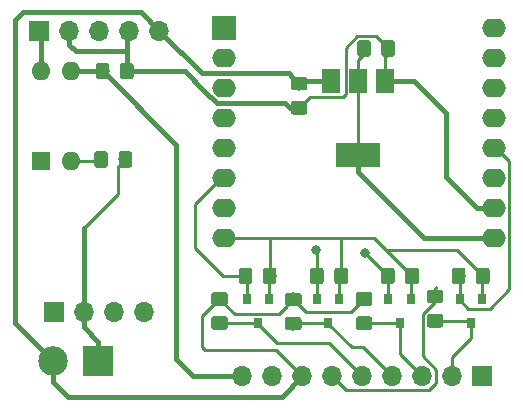
<source format=gbr>
G04 #@! TF.GenerationSoftware,KiCad,Pcbnew,5.1.2*
G04 #@! TF.CreationDate,2019-05-06T20:04:11+02:00*
G04 #@! TF.ProjectId,controlboard,636f6e74-726f-46c6-926f-6172642e6b69,rev?*
G04 #@! TF.SameCoordinates,Original*
G04 #@! TF.FileFunction,Copper,L1,Top*
G04 #@! TF.FilePolarity,Positive*
%FSLAX46Y46*%
G04 Gerber Fmt 4.6, Leading zero omitted, Abs format (unit mm)*
G04 Created by KiCad (PCBNEW 5.1.2) date 2019-05-06 20:04:11*
%MOMM*%
%LPD*%
G04 APERTURE LIST*
%ADD10C,0.100000*%
%ADD11C,1.150000*%
%ADD12R,1.700000X1.700000*%
%ADD13O,1.700000X1.700000*%
%ADD14R,0.800000X0.900000*%
%ADD15R,3.800000X2.000000*%
%ADD16R,1.500000X2.000000*%
%ADD17O,2.000000X1.600000*%
%ADD18R,2.000000X2.000000*%
%ADD19R,1.600000X1.600000*%
%ADD20O,1.600000X1.600000*%
%ADD21R,2.499360X2.499360*%
%ADD22C,2.499360*%
%ADD23C,0.800000*%
%ADD24C,0.250000*%
%ADD25C,0.400000*%
G04 APERTURE END LIST*
D10*
G36*
X87474505Y-33901204D02*
G01*
X87498773Y-33904804D01*
X87522572Y-33910765D01*
X87545671Y-33919030D01*
X87567850Y-33929520D01*
X87588893Y-33942132D01*
X87608599Y-33956747D01*
X87626777Y-33973223D01*
X87643253Y-33991401D01*
X87657868Y-34011107D01*
X87670480Y-34032150D01*
X87680970Y-34054329D01*
X87689235Y-34077428D01*
X87695196Y-34101227D01*
X87698796Y-34125495D01*
X87700000Y-34149999D01*
X87700000Y-34800001D01*
X87698796Y-34824505D01*
X87695196Y-34848773D01*
X87689235Y-34872572D01*
X87680970Y-34895671D01*
X87670480Y-34917850D01*
X87657868Y-34938893D01*
X87643253Y-34958599D01*
X87626777Y-34976777D01*
X87608599Y-34993253D01*
X87588893Y-35007868D01*
X87567850Y-35020480D01*
X87545671Y-35030970D01*
X87522572Y-35039235D01*
X87498773Y-35045196D01*
X87474505Y-35048796D01*
X87450001Y-35050000D01*
X86549999Y-35050000D01*
X86525495Y-35048796D01*
X86501227Y-35045196D01*
X86477428Y-35039235D01*
X86454329Y-35030970D01*
X86432150Y-35020480D01*
X86411107Y-35007868D01*
X86391401Y-34993253D01*
X86373223Y-34976777D01*
X86356747Y-34958599D01*
X86342132Y-34938893D01*
X86329520Y-34917850D01*
X86319030Y-34895671D01*
X86310765Y-34872572D01*
X86304804Y-34848773D01*
X86301204Y-34824505D01*
X86300000Y-34800001D01*
X86300000Y-34149999D01*
X86301204Y-34125495D01*
X86304804Y-34101227D01*
X86310765Y-34077428D01*
X86319030Y-34054329D01*
X86329520Y-34032150D01*
X86342132Y-34011107D01*
X86356747Y-33991401D01*
X86373223Y-33973223D01*
X86391401Y-33956747D01*
X86411107Y-33942132D01*
X86432150Y-33929520D01*
X86454329Y-33919030D01*
X86477428Y-33910765D01*
X86501227Y-33904804D01*
X86525495Y-33901204D01*
X86549999Y-33900000D01*
X87450001Y-33900000D01*
X87474505Y-33901204D01*
X87474505Y-33901204D01*
G37*
D11*
X87000000Y-34475000D03*
D10*
G36*
X87474505Y-35951204D02*
G01*
X87498773Y-35954804D01*
X87522572Y-35960765D01*
X87545671Y-35969030D01*
X87567850Y-35979520D01*
X87588893Y-35992132D01*
X87608599Y-36006747D01*
X87626777Y-36023223D01*
X87643253Y-36041401D01*
X87657868Y-36061107D01*
X87670480Y-36082150D01*
X87680970Y-36104329D01*
X87689235Y-36127428D01*
X87695196Y-36151227D01*
X87698796Y-36175495D01*
X87700000Y-36199999D01*
X87700000Y-36850001D01*
X87698796Y-36874505D01*
X87695196Y-36898773D01*
X87689235Y-36922572D01*
X87680970Y-36945671D01*
X87670480Y-36967850D01*
X87657868Y-36988893D01*
X87643253Y-37008599D01*
X87626777Y-37026777D01*
X87608599Y-37043253D01*
X87588893Y-37057868D01*
X87567850Y-37070480D01*
X87545671Y-37080970D01*
X87522572Y-37089235D01*
X87498773Y-37095196D01*
X87474505Y-37098796D01*
X87450001Y-37100000D01*
X86549999Y-37100000D01*
X86525495Y-37098796D01*
X86501227Y-37095196D01*
X86477428Y-37089235D01*
X86454329Y-37080970D01*
X86432150Y-37070480D01*
X86411107Y-37057868D01*
X86391401Y-37043253D01*
X86373223Y-37026777D01*
X86356747Y-37008599D01*
X86342132Y-36988893D01*
X86329520Y-36967850D01*
X86319030Y-36945671D01*
X86310765Y-36922572D01*
X86304804Y-36898773D01*
X86301204Y-36874505D01*
X86300000Y-36850001D01*
X86300000Y-36199999D01*
X86301204Y-36175495D01*
X86304804Y-36151227D01*
X86310765Y-36127428D01*
X86319030Y-36104329D01*
X86329520Y-36082150D01*
X86342132Y-36061107D01*
X86356747Y-36041401D01*
X86373223Y-36023223D01*
X86391401Y-36006747D01*
X86411107Y-35992132D01*
X86432150Y-35979520D01*
X86454329Y-35969030D01*
X86477428Y-35960765D01*
X86501227Y-35954804D01*
X86525495Y-35951204D01*
X86549999Y-35950000D01*
X87450001Y-35950000D01*
X87474505Y-35951204D01*
X87474505Y-35951204D01*
G37*
D11*
X87000000Y-36525000D03*
D10*
G36*
X94874505Y-30801204D02*
G01*
X94898773Y-30804804D01*
X94922572Y-30810765D01*
X94945671Y-30819030D01*
X94967850Y-30829520D01*
X94988893Y-30842132D01*
X95008599Y-30856747D01*
X95026777Y-30873223D01*
X95043253Y-30891401D01*
X95057868Y-30911107D01*
X95070480Y-30932150D01*
X95080970Y-30954329D01*
X95089235Y-30977428D01*
X95095196Y-31001227D01*
X95098796Y-31025495D01*
X95100000Y-31049999D01*
X95100000Y-31950001D01*
X95098796Y-31974505D01*
X95095196Y-31998773D01*
X95089235Y-32022572D01*
X95080970Y-32045671D01*
X95070480Y-32067850D01*
X95057868Y-32088893D01*
X95043253Y-32108599D01*
X95026777Y-32126777D01*
X95008599Y-32143253D01*
X94988893Y-32157868D01*
X94967850Y-32170480D01*
X94945671Y-32180970D01*
X94922572Y-32189235D01*
X94898773Y-32195196D01*
X94874505Y-32198796D01*
X94850001Y-32200000D01*
X94199999Y-32200000D01*
X94175495Y-32198796D01*
X94151227Y-32195196D01*
X94127428Y-32189235D01*
X94104329Y-32180970D01*
X94082150Y-32170480D01*
X94061107Y-32157868D01*
X94041401Y-32143253D01*
X94023223Y-32126777D01*
X94006747Y-32108599D01*
X93992132Y-32088893D01*
X93979520Y-32067850D01*
X93969030Y-32045671D01*
X93960765Y-32022572D01*
X93954804Y-31998773D01*
X93951204Y-31974505D01*
X93950000Y-31950001D01*
X93950000Y-31049999D01*
X93951204Y-31025495D01*
X93954804Y-31001227D01*
X93960765Y-30977428D01*
X93969030Y-30954329D01*
X93979520Y-30932150D01*
X93992132Y-30911107D01*
X94006747Y-30891401D01*
X94023223Y-30873223D01*
X94041401Y-30856747D01*
X94061107Y-30842132D01*
X94082150Y-30829520D01*
X94104329Y-30819030D01*
X94127428Y-30810765D01*
X94151227Y-30804804D01*
X94175495Y-30801204D01*
X94199999Y-30800000D01*
X94850001Y-30800000D01*
X94874505Y-30801204D01*
X94874505Y-30801204D01*
G37*
D11*
X94525000Y-31500000D03*
D10*
G36*
X92824505Y-30801204D02*
G01*
X92848773Y-30804804D01*
X92872572Y-30810765D01*
X92895671Y-30819030D01*
X92917850Y-30829520D01*
X92938893Y-30842132D01*
X92958599Y-30856747D01*
X92976777Y-30873223D01*
X92993253Y-30891401D01*
X93007868Y-30911107D01*
X93020480Y-30932150D01*
X93030970Y-30954329D01*
X93039235Y-30977428D01*
X93045196Y-31001227D01*
X93048796Y-31025495D01*
X93050000Y-31049999D01*
X93050000Y-31950001D01*
X93048796Y-31974505D01*
X93045196Y-31998773D01*
X93039235Y-32022572D01*
X93030970Y-32045671D01*
X93020480Y-32067850D01*
X93007868Y-32088893D01*
X92993253Y-32108599D01*
X92976777Y-32126777D01*
X92958599Y-32143253D01*
X92938893Y-32157868D01*
X92917850Y-32170480D01*
X92895671Y-32180970D01*
X92872572Y-32189235D01*
X92848773Y-32195196D01*
X92824505Y-32198796D01*
X92800001Y-32200000D01*
X92149999Y-32200000D01*
X92125495Y-32198796D01*
X92101227Y-32195196D01*
X92077428Y-32189235D01*
X92054329Y-32180970D01*
X92032150Y-32170480D01*
X92011107Y-32157868D01*
X91991401Y-32143253D01*
X91973223Y-32126777D01*
X91956747Y-32108599D01*
X91942132Y-32088893D01*
X91929520Y-32067850D01*
X91919030Y-32045671D01*
X91910765Y-32022572D01*
X91904804Y-31998773D01*
X91901204Y-31974505D01*
X91900000Y-31950001D01*
X91900000Y-31049999D01*
X91901204Y-31025495D01*
X91904804Y-31001227D01*
X91910765Y-30977428D01*
X91919030Y-30954329D01*
X91929520Y-30932150D01*
X91942132Y-30911107D01*
X91956747Y-30891401D01*
X91973223Y-30873223D01*
X91991401Y-30856747D01*
X92011107Y-30842132D01*
X92032150Y-30829520D01*
X92054329Y-30819030D01*
X92077428Y-30810765D01*
X92101227Y-30804804D01*
X92125495Y-30801204D01*
X92149999Y-30800000D01*
X92800001Y-30800000D01*
X92824505Y-30801204D01*
X92824505Y-30801204D01*
G37*
D11*
X92475000Y-31500000D03*
D12*
X66200000Y-53800000D03*
D13*
X68740000Y-53800000D03*
X71280000Y-53800000D03*
X73820000Y-53800000D03*
D12*
X65000000Y-30000000D03*
D13*
X67540000Y-30000000D03*
X70080000Y-30000000D03*
X72620000Y-30000000D03*
X75160000Y-30000000D03*
D12*
X102500000Y-59250000D03*
D13*
X99960000Y-59250000D03*
X97420000Y-59250000D03*
X94880000Y-59250000D03*
X92340000Y-59250000D03*
X89800000Y-59250000D03*
X87260000Y-59250000D03*
X84720000Y-59250000D03*
X82180000Y-59250000D03*
D14*
X95500000Y-54750000D03*
X94550000Y-52750000D03*
X96450000Y-52750000D03*
X90400000Y-52750000D03*
X88500000Y-52750000D03*
X89450000Y-54750000D03*
X83500000Y-54750000D03*
X82550000Y-52750000D03*
X84450000Y-52750000D03*
X102500000Y-52750000D03*
X100600000Y-52750000D03*
X101550000Y-54750000D03*
D10*
G36*
X94849505Y-50051204D02*
G01*
X94873773Y-50054804D01*
X94897572Y-50060765D01*
X94920671Y-50069030D01*
X94942850Y-50079520D01*
X94963893Y-50092132D01*
X94983599Y-50106747D01*
X95001777Y-50123223D01*
X95018253Y-50141401D01*
X95032868Y-50161107D01*
X95045480Y-50182150D01*
X95055970Y-50204329D01*
X95064235Y-50227428D01*
X95070196Y-50251227D01*
X95073796Y-50275495D01*
X95075000Y-50299999D01*
X95075000Y-51200001D01*
X95073796Y-51224505D01*
X95070196Y-51248773D01*
X95064235Y-51272572D01*
X95055970Y-51295671D01*
X95045480Y-51317850D01*
X95032868Y-51338893D01*
X95018253Y-51358599D01*
X95001777Y-51376777D01*
X94983599Y-51393253D01*
X94963893Y-51407868D01*
X94942850Y-51420480D01*
X94920671Y-51430970D01*
X94897572Y-51439235D01*
X94873773Y-51445196D01*
X94849505Y-51448796D01*
X94825001Y-51450000D01*
X94174999Y-51450000D01*
X94150495Y-51448796D01*
X94126227Y-51445196D01*
X94102428Y-51439235D01*
X94079329Y-51430970D01*
X94057150Y-51420480D01*
X94036107Y-51407868D01*
X94016401Y-51393253D01*
X93998223Y-51376777D01*
X93981747Y-51358599D01*
X93967132Y-51338893D01*
X93954520Y-51317850D01*
X93944030Y-51295671D01*
X93935765Y-51272572D01*
X93929804Y-51248773D01*
X93926204Y-51224505D01*
X93925000Y-51200001D01*
X93925000Y-50299999D01*
X93926204Y-50275495D01*
X93929804Y-50251227D01*
X93935765Y-50227428D01*
X93944030Y-50204329D01*
X93954520Y-50182150D01*
X93967132Y-50161107D01*
X93981747Y-50141401D01*
X93998223Y-50123223D01*
X94016401Y-50106747D01*
X94036107Y-50092132D01*
X94057150Y-50079520D01*
X94079329Y-50069030D01*
X94102428Y-50060765D01*
X94126227Y-50054804D01*
X94150495Y-50051204D01*
X94174999Y-50050000D01*
X94825001Y-50050000D01*
X94849505Y-50051204D01*
X94849505Y-50051204D01*
G37*
D11*
X94500000Y-50750000D03*
D10*
G36*
X96899505Y-50051204D02*
G01*
X96923773Y-50054804D01*
X96947572Y-50060765D01*
X96970671Y-50069030D01*
X96992850Y-50079520D01*
X97013893Y-50092132D01*
X97033599Y-50106747D01*
X97051777Y-50123223D01*
X97068253Y-50141401D01*
X97082868Y-50161107D01*
X97095480Y-50182150D01*
X97105970Y-50204329D01*
X97114235Y-50227428D01*
X97120196Y-50251227D01*
X97123796Y-50275495D01*
X97125000Y-50299999D01*
X97125000Y-51200001D01*
X97123796Y-51224505D01*
X97120196Y-51248773D01*
X97114235Y-51272572D01*
X97105970Y-51295671D01*
X97095480Y-51317850D01*
X97082868Y-51338893D01*
X97068253Y-51358599D01*
X97051777Y-51376777D01*
X97033599Y-51393253D01*
X97013893Y-51407868D01*
X96992850Y-51420480D01*
X96970671Y-51430970D01*
X96947572Y-51439235D01*
X96923773Y-51445196D01*
X96899505Y-51448796D01*
X96875001Y-51450000D01*
X96224999Y-51450000D01*
X96200495Y-51448796D01*
X96176227Y-51445196D01*
X96152428Y-51439235D01*
X96129329Y-51430970D01*
X96107150Y-51420480D01*
X96086107Y-51407868D01*
X96066401Y-51393253D01*
X96048223Y-51376777D01*
X96031747Y-51358599D01*
X96017132Y-51338893D01*
X96004520Y-51317850D01*
X95994030Y-51295671D01*
X95985765Y-51272572D01*
X95979804Y-51248773D01*
X95976204Y-51224505D01*
X95975000Y-51200001D01*
X95975000Y-50299999D01*
X95976204Y-50275495D01*
X95979804Y-50251227D01*
X95985765Y-50227428D01*
X95994030Y-50204329D01*
X96004520Y-50182150D01*
X96017132Y-50161107D01*
X96031747Y-50141401D01*
X96048223Y-50123223D01*
X96066401Y-50106747D01*
X96086107Y-50092132D01*
X96107150Y-50079520D01*
X96129329Y-50069030D01*
X96152428Y-50060765D01*
X96176227Y-50054804D01*
X96200495Y-50051204D01*
X96224999Y-50050000D01*
X96875001Y-50050000D01*
X96899505Y-50051204D01*
X96899505Y-50051204D01*
G37*
D11*
X96550000Y-50750000D03*
D10*
G36*
X88849505Y-50051204D02*
G01*
X88873773Y-50054804D01*
X88897572Y-50060765D01*
X88920671Y-50069030D01*
X88942850Y-50079520D01*
X88963893Y-50092132D01*
X88983599Y-50106747D01*
X89001777Y-50123223D01*
X89018253Y-50141401D01*
X89032868Y-50161107D01*
X89045480Y-50182150D01*
X89055970Y-50204329D01*
X89064235Y-50227428D01*
X89070196Y-50251227D01*
X89073796Y-50275495D01*
X89075000Y-50299999D01*
X89075000Y-51200001D01*
X89073796Y-51224505D01*
X89070196Y-51248773D01*
X89064235Y-51272572D01*
X89055970Y-51295671D01*
X89045480Y-51317850D01*
X89032868Y-51338893D01*
X89018253Y-51358599D01*
X89001777Y-51376777D01*
X88983599Y-51393253D01*
X88963893Y-51407868D01*
X88942850Y-51420480D01*
X88920671Y-51430970D01*
X88897572Y-51439235D01*
X88873773Y-51445196D01*
X88849505Y-51448796D01*
X88825001Y-51450000D01*
X88174999Y-51450000D01*
X88150495Y-51448796D01*
X88126227Y-51445196D01*
X88102428Y-51439235D01*
X88079329Y-51430970D01*
X88057150Y-51420480D01*
X88036107Y-51407868D01*
X88016401Y-51393253D01*
X87998223Y-51376777D01*
X87981747Y-51358599D01*
X87967132Y-51338893D01*
X87954520Y-51317850D01*
X87944030Y-51295671D01*
X87935765Y-51272572D01*
X87929804Y-51248773D01*
X87926204Y-51224505D01*
X87925000Y-51200001D01*
X87925000Y-50299999D01*
X87926204Y-50275495D01*
X87929804Y-50251227D01*
X87935765Y-50227428D01*
X87944030Y-50204329D01*
X87954520Y-50182150D01*
X87967132Y-50161107D01*
X87981747Y-50141401D01*
X87998223Y-50123223D01*
X88016401Y-50106747D01*
X88036107Y-50092132D01*
X88057150Y-50079520D01*
X88079329Y-50069030D01*
X88102428Y-50060765D01*
X88126227Y-50054804D01*
X88150495Y-50051204D01*
X88174999Y-50050000D01*
X88825001Y-50050000D01*
X88849505Y-50051204D01*
X88849505Y-50051204D01*
G37*
D11*
X88500000Y-50750000D03*
D10*
G36*
X90899505Y-50051204D02*
G01*
X90923773Y-50054804D01*
X90947572Y-50060765D01*
X90970671Y-50069030D01*
X90992850Y-50079520D01*
X91013893Y-50092132D01*
X91033599Y-50106747D01*
X91051777Y-50123223D01*
X91068253Y-50141401D01*
X91082868Y-50161107D01*
X91095480Y-50182150D01*
X91105970Y-50204329D01*
X91114235Y-50227428D01*
X91120196Y-50251227D01*
X91123796Y-50275495D01*
X91125000Y-50299999D01*
X91125000Y-51200001D01*
X91123796Y-51224505D01*
X91120196Y-51248773D01*
X91114235Y-51272572D01*
X91105970Y-51295671D01*
X91095480Y-51317850D01*
X91082868Y-51338893D01*
X91068253Y-51358599D01*
X91051777Y-51376777D01*
X91033599Y-51393253D01*
X91013893Y-51407868D01*
X90992850Y-51420480D01*
X90970671Y-51430970D01*
X90947572Y-51439235D01*
X90923773Y-51445196D01*
X90899505Y-51448796D01*
X90875001Y-51450000D01*
X90224999Y-51450000D01*
X90200495Y-51448796D01*
X90176227Y-51445196D01*
X90152428Y-51439235D01*
X90129329Y-51430970D01*
X90107150Y-51420480D01*
X90086107Y-51407868D01*
X90066401Y-51393253D01*
X90048223Y-51376777D01*
X90031747Y-51358599D01*
X90017132Y-51338893D01*
X90004520Y-51317850D01*
X89994030Y-51295671D01*
X89985765Y-51272572D01*
X89979804Y-51248773D01*
X89976204Y-51224505D01*
X89975000Y-51200001D01*
X89975000Y-50299999D01*
X89976204Y-50275495D01*
X89979804Y-50251227D01*
X89985765Y-50227428D01*
X89994030Y-50204329D01*
X90004520Y-50182150D01*
X90017132Y-50161107D01*
X90031747Y-50141401D01*
X90048223Y-50123223D01*
X90066401Y-50106747D01*
X90086107Y-50092132D01*
X90107150Y-50079520D01*
X90129329Y-50069030D01*
X90152428Y-50060765D01*
X90176227Y-50054804D01*
X90200495Y-50051204D01*
X90224999Y-50050000D01*
X90875001Y-50050000D01*
X90899505Y-50051204D01*
X90899505Y-50051204D01*
G37*
D11*
X90550000Y-50750000D03*
D10*
G36*
X82799505Y-50051204D02*
G01*
X82823773Y-50054804D01*
X82847572Y-50060765D01*
X82870671Y-50069030D01*
X82892850Y-50079520D01*
X82913893Y-50092132D01*
X82933599Y-50106747D01*
X82951777Y-50123223D01*
X82968253Y-50141401D01*
X82982868Y-50161107D01*
X82995480Y-50182150D01*
X83005970Y-50204329D01*
X83014235Y-50227428D01*
X83020196Y-50251227D01*
X83023796Y-50275495D01*
X83025000Y-50299999D01*
X83025000Y-51200001D01*
X83023796Y-51224505D01*
X83020196Y-51248773D01*
X83014235Y-51272572D01*
X83005970Y-51295671D01*
X82995480Y-51317850D01*
X82982868Y-51338893D01*
X82968253Y-51358599D01*
X82951777Y-51376777D01*
X82933599Y-51393253D01*
X82913893Y-51407868D01*
X82892850Y-51420480D01*
X82870671Y-51430970D01*
X82847572Y-51439235D01*
X82823773Y-51445196D01*
X82799505Y-51448796D01*
X82775001Y-51450000D01*
X82124999Y-51450000D01*
X82100495Y-51448796D01*
X82076227Y-51445196D01*
X82052428Y-51439235D01*
X82029329Y-51430970D01*
X82007150Y-51420480D01*
X81986107Y-51407868D01*
X81966401Y-51393253D01*
X81948223Y-51376777D01*
X81931747Y-51358599D01*
X81917132Y-51338893D01*
X81904520Y-51317850D01*
X81894030Y-51295671D01*
X81885765Y-51272572D01*
X81879804Y-51248773D01*
X81876204Y-51224505D01*
X81875000Y-51200001D01*
X81875000Y-50299999D01*
X81876204Y-50275495D01*
X81879804Y-50251227D01*
X81885765Y-50227428D01*
X81894030Y-50204329D01*
X81904520Y-50182150D01*
X81917132Y-50161107D01*
X81931747Y-50141401D01*
X81948223Y-50123223D01*
X81966401Y-50106747D01*
X81986107Y-50092132D01*
X82007150Y-50079520D01*
X82029329Y-50069030D01*
X82052428Y-50060765D01*
X82076227Y-50054804D01*
X82100495Y-50051204D01*
X82124999Y-50050000D01*
X82775001Y-50050000D01*
X82799505Y-50051204D01*
X82799505Y-50051204D01*
G37*
D11*
X82450000Y-50750000D03*
D10*
G36*
X84849505Y-50051204D02*
G01*
X84873773Y-50054804D01*
X84897572Y-50060765D01*
X84920671Y-50069030D01*
X84942850Y-50079520D01*
X84963893Y-50092132D01*
X84983599Y-50106747D01*
X85001777Y-50123223D01*
X85018253Y-50141401D01*
X85032868Y-50161107D01*
X85045480Y-50182150D01*
X85055970Y-50204329D01*
X85064235Y-50227428D01*
X85070196Y-50251227D01*
X85073796Y-50275495D01*
X85075000Y-50299999D01*
X85075000Y-51200001D01*
X85073796Y-51224505D01*
X85070196Y-51248773D01*
X85064235Y-51272572D01*
X85055970Y-51295671D01*
X85045480Y-51317850D01*
X85032868Y-51338893D01*
X85018253Y-51358599D01*
X85001777Y-51376777D01*
X84983599Y-51393253D01*
X84963893Y-51407868D01*
X84942850Y-51420480D01*
X84920671Y-51430970D01*
X84897572Y-51439235D01*
X84873773Y-51445196D01*
X84849505Y-51448796D01*
X84825001Y-51450000D01*
X84174999Y-51450000D01*
X84150495Y-51448796D01*
X84126227Y-51445196D01*
X84102428Y-51439235D01*
X84079329Y-51430970D01*
X84057150Y-51420480D01*
X84036107Y-51407868D01*
X84016401Y-51393253D01*
X83998223Y-51376777D01*
X83981747Y-51358599D01*
X83967132Y-51338893D01*
X83954520Y-51317850D01*
X83944030Y-51295671D01*
X83935765Y-51272572D01*
X83929804Y-51248773D01*
X83926204Y-51224505D01*
X83925000Y-51200001D01*
X83925000Y-50299999D01*
X83926204Y-50275495D01*
X83929804Y-50251227D01*
X83935765Y-50227428D01*
X83944030Y-50204329D01*
X83954520Y-50182150D01*
X83967132Y-50161107D01*
X83981747Y-50141401D01*
X83998223Y-50123223D01*
X84016401Y-50106747D01*
X84036107Y-50092132D01*
X84057150Y-50079520D01*
X84079329Y-50069030D01*
X84102428Y-50060765D01*
X84126227Y-50054804D01*
X84150495Y-50051204D01*
X84174999Y-50050000D01*
X84825001Y-50050000D01*
X84849505Y-50051204D01*
X84849505Y-50051204D01*
G37*
D11*
X84500000Y-50750000D03*
D10*
G36*
X102899505Y-50051204D02*
G01*
X102923773Y-50054804D01*
X102947572Y-50060765D01*
X102970671Y-50069030D01*
X102992850Y-50079520D01*
X103013893Y-50092132D01*
X103033599Y-50106747D01*
X103051777Y-50123223D01*
X103068253Y-50141401D01*
X103082868Y-50161107D01*
X103095480Y-50182150D01*
X103105970Y-50204329D01*
X103114235Y-50227428D01*
X103120196Y-50251227D01*
X103123796Y-50275495D01*
X103125000Y-50299999D01*
X103125000Y-51200001D01*
X103123796Y-51224505D01*
X103120196Y-51248773D01*
X103114235Y-51272572D01*
X103105970Y-51295671D01*
X103095480Y-51317850D01*
X103082868Y-51338893D01*
X103068253Y-51358599D01*
X103051777Y-51376777D01*
X103033599Y-51393253D01*
X103013893Y-51407868D01*
X102992850Y-51420480D01*
X102970671Y-51430970D01*
X102947572Y-51439235D01*
X102923773Y-51445196D01*
X102899505Y-51448796D01*
X102875001Y-51450000D01*
X102224999Y-51450000D01*
X102200495Y-51448796D01*
X102176227Y-51445196D01*
X102152428Y-51439235D01*
X102129329Y-51430970D01*
X102107150Y-51420480D01*
X102086107Y-51407868D01*
X102066401Y-51393253D01*
X102048223Y-51376777D01*
X102031747Y-51358599D01*
X102017132Y-51338893D01*
X102004520Y-51317850D01*
X101994030Y-51295671D01*
X101985765Y-51272572D01*
X101979804Y-51248773D01*
X101976204Y-51224505D01*
X101975000Y-51200001D01*
X101975000Y-50299999D01*
X101976204Y-50275495D01*
X101979804Y-50251227D01*
X101985765Y-50227428D01*
X101994030Y-50204329D01*
X102004520Y-50182150D01*
X102017132Y-50161107D01*
X102031747Y-50141401D01*
X102048223Y-50123223D01*
X102066401Y-50106747D01*
X102086107Y-50092132D01*
X102107150Y-50079520D01*
X102129329Y-50069030D01*
X102152428Y-50060765D01*
X102176227Y-50054804D01*
X102200495Y-50051204D01*
X102224999Y-50050000D01*
X102875001Y-50050000D01*
X102899505Y-50051204D01*
X102899505Y-50051204D01*
G37*
D11*
X102550000Y-50750000D03*
D10*
G36*
X100849505Y-50051204D02*
G01*
X100873773Y-50054804D01*
X100897572Y-50060765D01*
X100920671Y-50069030D01*
X100942850Y-50079520D01*
X100963893Y-50092132D01*
X100983599Y-50106747D01*
X101001777Y-50123223D01*
X101018253Y-50141401D01*
X101032868Y-50161107D01*
X101045480Y-50182150D01*
X101055970Y-50204329D01*
X101064235Y-50227428D01*
X101070196Y-50251227D01*
X101073796Y-50275495D01*
X101075000Y-50299999D01*
X101075000Y-51200001D01*
X101073796Y-51224505D01*
X101070196Y-51248773D01*
X101064235Y-51272572D01*
X101055970Y-51295671D01*
X101045480Y-51317850D01*
X101032868Y-51338893D01*
X101018253Y-51358599D01*
X101001777Y-51376777D01*
X100983599Y-51393253D01*
X100963893Y-51407868D01*
X100942850Y-51420480D01*
X100920671Y-51430970D01*
X100897572Y-51439235D01*
X100873773Y-51445196D01*
X100849505Y-51448796D01*
X100825001Y-51450000D01*
X100174999Y-51450000D01*
X100150495Y-51448796D01*
X100126227Y-51445196D01*
X100102428Y-51439235D01*
X100079329Y-51430970D01*
X100057150Y-51420480D01*
X100036107Y-51407868D01*
X100016401Y-51393253D01*
X99998223Y-51376777D01*
X99981747Y-51358599D01*
X99967132Y-51338893D01*
X99954520Y-51317850D01*
X99944030Y-51295671D01*
X99935765Y-51272572D01*
X99929804Y-51248773D01*
X99926204Y-51224505D01*
X99925000Y-51200001D01*
X99925000Y-50299999D01*
X99926204Y-50275495D01*
X99929804Y-50251227D01*
X99935765Y-50227428D01*
X99944030Y-50204329D01*
X99954520Y-50182150D01*
X99967132Y-50161107D01*
X99981747Y-50141401D01*
X99998223Y-50123223D01*
X100016401Y-50106747D01*
X100036107Y-50092132D01*
X100057150Y-50079520D01*
X100079329Y-50069030D01*
X100102428Y-50060765D01*
X100126227Y-50054804D01*
X100150495Y-50051204D01*
X100174999Y-50050000D01*
X100825001Y-50050000D01*
X100849505Y-50051204D01*
X100849505Y-50051204D01*
G37*
D11*
X100500000Y-50750000D03*
D10*
G36*
X70580505Y-40195204D02*
G01*
X70604773Y-40198804D01*
X70628572Y-40204765D01*
X70651671Y-40213030D01*
X70673850Y-40223520D01*
X70694893Y-40236132D01*
X70714599Y-40250747D01*
X70732777Y-40267223D01*
X70749253Y-40285401D01*
X70763868Y-40305107D01*
X70776480Y-40326150D01*
X70786970Y-40348329D01*
X70795235Y-40371428D01*
X70801196Y-40395227D01*
X70804796Y-40419495D01*
X70806000Y-40443999D01*
X70806000Y-41344001D01*
X70804796Y-41368505D01*
X70801196Y-41392773D01*
X70795235Y-41416572D01*
X70786970Y-41439671D01*
X70776480Y-41461850D01*
X70763868Y-41482893D01*
X70749253Y-41502599D01*
X70732777Y-41520777D01*
X70714599Y-41537253D01*
X70694893Y-41551868D01*
X70673850Y-41564480D01*
X70651671Y-41574970D01*
X70628572Y-41583235D01*
X70604773Y-41589196D01*
X70580505Y-41592796D01*
X70556001Y-41594000D01*
X69905999Y-41594000D01*
X69881495Y-41592796D01*
X69857227Y-41589196D01*
X69833428Y-41583235D01*
X69810329Y-41574970D01*
X69788150Y-41564480D01*
X69767107Y-41551868D01*
X69747401Y-41537253D01*
X69729223Y-41520777D01*
X69712747Y-41502599D01*
X69698132Y-41482893D01*
X69685520Y-41461850D01*
X69675030Y-41439671D01*
X69666765Y-41416572D01*
X69660804Y-41392773D01*
X69657204Y-41368505D01*
X69656000Y-41344001D01*
X69656000Y-40443999D01*
X69657204Y-40419495D01*
X69660804Y-40395227D01*
X69666765Y-40371428D01*
X69675030Y-40348329D01*
X69685520Y-40326150D01*
X69698132Y-40305107D01*
X69712747Y-40285401D01*
X69729223Y-40267223D01*
X69747401Y-40250747D01*
X69767107Y-40236132D01*
X69788150Y-40223520D01*
X69810329Y-40213030D01*
X69833428Y-40204765D01*
X69857227Y-40198804D01*
X69881495Y-40195204D01*
X69905999Y-40194000D01*
X70556001Y-40194000D01*
X70580505Y-40195204D01*
X70580505Y-40195204D01*
G37*
D11*
X70231000Y-40894000D03*
D10*
G36*
X72630505Y-40195204D02*
G01*
X72654773Y-40198804D01*
X72678572Y-40204765D01*
X72701671Y-40213030D01*
X72723850Y-40223520D01*
X72744893Y-40236132D01*
X72764599Y-40250747D01*
X72782777Y-40267223D01*
X72799253Y-40285401D01*
X72813868Y-40305107D01*
X72826480Y-40326150D01*
X72836970Y-40348329D01*
X72845235Y-40371428D01*
X72851196Y-40395227D01*
X72854796Y-40419495D01*
X72856000Y-40443999D01*
X72856000Y-41344001D01*
X72854796Y-41368505D01*
X72851196Y-41392773D01*
X72845235Y-41416572D01*
X72836970Y-41439671D01*
X72826480Y-41461850D01*
X72813868Y-41482893D01*
X72799253Y-41502599D01*
X72782777Y-41520777D01*
X72764599Y-41537253D01*
X72744893Y-41551868D01*
X72723850Y-41564480D01*
X72701671Y-41574970D01*
X72678572Y-41583235D01*
X72654773Y-41589196D01*
X72630505Y-41592796D01*
X72606001Y-41594000D01*
X71955999Y-41594000D01*
X71931495Y-41592796D01*
X71907227Y-41589196D01*
X71883428Y-41583235D01*
X71860329Y-41574970D01*
X71838150Y-41564480D01*
X71817107Y-41551868D01*
X71797401Y-41537253D01*
X71779223Y-41520777D01*
X71762747Y-41502599D01*
X71748132Y-41482893D01*
X71735520Y-41461850D01*
X71725030Y-41439671D01*
X71716765Y-41416572D01*
X71710804Y-41392773D01*
X71707204Y-41368505D01*
X71706000Y-41344001D01*
X71706000Y-40443999D01*
X71707204Y-40419495D01*
X71710804Y-40395227D01*
X71716765Y-40371428D01*
X71725030Y-40348329D01*
X71735520Y-40326150D01*
X71748132Y-40305107D01*
X71762747Y-40285401D01*
X71779223Y-40267223D01*
X71797401Y-40250747D01*
X71817107Y-40236132D01*
X71838150Y-40223520D01*
X71860329Y-40213030D01*
X71883428Y-40204765D01*
X71907227Y-40198804D01*
X71931495Y-40195204D01*
X71955999Y-40194000D01*
X72606001Y-40194000D01*
X72630505Y-40195204D01*
X72630505Y-40195204D01*
G37*
D11*
X72281000Y-40894000D03*
D10*
G36*
X92974505Y-52126204D02*
G01*
X92998773Y-52129804D01*
X93022572Y-52135765D01*
X93045671Y-52144030D01*
X93067850Y-52154520D01*
X93088893Y-52167132D01*
X93108599Y-52181747D01*
X93126777Y-52198223D01*
X93143253Y-52216401D01*
X93157868Y-52236107D01*
X93170480Y-52257150D01*
X93180970Y-52279329D01*
X93189235Y-52302428D01*
X93195196Y-52326227D01*
X93198796Y-52350495D01*
X93200000Y-52374999D01*
X93200000Y-53025001D01*
X93198796Y-53049505D01*
X93195196Y-53073773D01*
X93189235Y-53097572D01*
X93180970Y-53120671D01*
X93170480Y-53142850D01*
X93157868Y-53163893D01*
X93143253Y-53183599D01*
X93126777Y-53201777D01*
X93108599Y-53218253D01*
X93088893Y-53232868D01*
X93067850Y-53245480D01*
X93045671Y-53255970D01*
X93022572Y-53264235D01*
X92998773Y-53270196D01*
X92974505Y-53273796D01*
X92950001Y-53275000D01*
X92049999Y-53275000D01*
X92025495Y-53273796D01*
X92001227Y-53270196D01*
X91977428Y-53264235D01*
X91954329Y-53255970D01*
X91932150Y-53245480D01*
X91911107Y-53232868D01*
X91891401Y-53218253D01*
X91873223Y-53201777D01*
X91856747Y-53183599D01*
X91842132Y-53163893D01*
X91829520Y-53142850D01*
X91819030Y-53120671D01*
X91810765Y-53097572D01*
X91804804Y-53073773D01*
X91801204Y-53049505D01*
X91800000Y-53025001D01*
X91800000Y-52374999D01*
X91801204Y-52350495D01*
X91804804Y-52326227D01*
X91810765Y-52302428D01*
X91819030Y-52279329D01*
X91829520Y-52257150D01*
X91842132Y-52236107D01*
X91856747Y-52216401D01*
X91873223Y-52198223D01*
X91891401Y-52181747D01*
X91911107Y-52167132D01*
X91932150Y-52154520D01*
X91954329Y-52144030D01*
X91977428Y-52135765D01*
X92001227Y-52129804D01*
X92025495Y-52126204D01*
X92049999Y-52125000D01*
X92950001Y-52125000D01*
X92974505Y-52126204D01*
X92974505Y-52126204D01*
G37*
D11*
X92500000Y-52700000D03*
D10*
G36*
X92974505Y-54176204D02*
G01*
X92998773Y-54179804D01*
X93022572Y-54185765D01*
X93045671Y-54194030D01*
X93067850Y-54204520D01*
X93088893Y-54217132D01*
X93108599Y-54231747D01*
X93126777Y-54248223D01*
X93143253Y-54266401D01*
X93157868Y-54286107D01*
X93170480Y-54307150D01*
X93180970Y-54329329D01*
X93189235Y-54352428D01*
X93195196Y-54376227D01*
X93198796Y-54400495D01*
X93200000Y-54424999D01*
X93200000Y-55075001D01*
X93198796Y-55099505D01*
X93195196Y-55123773D01*
X93189235Y-55147572D01*
X93180970Y-55170671D01*
X93170480Y-55192850D01*
X93157868Y-55213893D01*
X93143253Y-55233599D01*
X93126777Y-55251777D01*
X93108599Y-55268253D01*
X93088893Y-55282868D01*
X93067850Y-55295480D01*
X93045671Y-55305970D01*
X93022572Y-55314235D01*
X92998773Y-55320196D01*
X92974505Y-55323796D01*
X92950001Y-55325000D01*
X92049999Y-55325000D01*
X92025495Y-55323796D01*
X92001227Y-55320196D01*
X91977428Y-55314235D01*
X91954329Y-55305970D01*
X91932150Y-55295480D01*
X91911107Y-55282868D01*
X91891401Y-55268253D01*
X91873223Y-55251777D01*
X91856747Y-55233599D01*
X91842132Y-55213893D01*
X91829520Y-55192850D01*
X91819030Y-55170671D01*
X91810765Y-55147572D01*
X91804804Y-55123773D01*
X91801204Y-55099505D01*
X91800000Y-55075001D01*
X91800000Y-54424999D01*
X91801204Y-54400495D01*
X91804804Y-54376227D01*
X91810765Y-54352428D01*
X91819030Y-54329329D01*
X91829520Y-54307150D01*
X91842132Y-54286107D01*
X91856747Y-54266401D01*
X91873223Y-54248223D01*
X91891401Y-54231747D01*
X91911107Y-54217132D01*
X91932150Y-54204520D01*
X91954329Y-54194030D01*
X91977428Y-54185765D01*
X92001227Y-54179804D01*
X92025495Y-54176204D01*
X92049999Y-54175000D01*
X92950001Y-54175000D01*
X92974505Y-54176204D01*
X92974505Y-54176204D01*
G37*
D11*
X92500000Y-54750000D03*
D10*
G36*
X86974505Y-52176204D02*
G01*
X86998773Y-52179804D01*
X87022572Y-52185765D01*
X87045671Y-52194030D01*
X87067850Y-52204520D01*
X87088893Y-52217132D01*
X87108599Y-52231747D01*
X87126777Y-52248223D01*
X87143253Y-52266401D01*
X87157868Y-52286107D01*
X87170480Y-52307150D01*
X87180970Y-52329329D01*
X87189235Y-52352428D01*
X87195196Y-52376227D01*
X87198796Y-52400495D01*
X87200000Y-52424999D01*
X87200000Y-53075001D01*
X87198796Y-53099505D01*
X87195196Y-53123773D01*
X87189235Y-53147572D01*
X87180970Y-53170671D01*
X87170480Y-53192850D01*
X87157868Y-53213893D01*
X87143253Y-53233599D01*
X87126777Y-53251777D01*
X87108599Y-53268253D01*
X87088893Y-53282868D01*
X87067850Y-53295480D01*
X87045671Y-53305970D01*
X87022572Y-53314235D01*
X86998773Y-53320196D01*
X86974505Y-53323796D01*
X86950001Y-53325000D01*
X86049999Y-53325000D01*
X86025495Y-53323796D01*
X86001227Y-53320196D01*
X85977428Y-53314235D01*
X85954329Y-53305970D01*
X85932150Y-53295480D01*
X85911107Y-53282868D01*
X85891401Y-53268253D01*
X85873223Y-53251777D01*
X85856747Y-53233599D01*
X85842132Y-53213893D01*
X85829520Y-53192850D01*
X85819030Y-53170671D01*
X85810765Y-53147572D01*
X85804804Y-53123773D01*
X85801204Y-53099505D01*
X85800000Y-53075001D01*
X85800000Y-52424999D01*
X85801204Y-52400495D01*
X85804804Y-52376227D01*
X85810765Y-52352428D01*
X85819030Y-52329329D01*
X85829520Y-52307150D01*
X85842132Y-52286107D01*
X85856747Y-52266401D01*
X85873223Y-52248223D01*
X85891401Y-52231747D01*
X85911107Y-52217132D01*
X85932150Y-52204520D01*
X85954329Y-52194030D01*
X85977428Y-52185765D01*
X86001227Y-52179804D01*
X86025495Y-52176204D01*
X86049999Y-52175000D01*
X86950001Y-52175000D01*
X86974505Y-52176204D01*
X86974505Y-52176204D01*
G37*
D11*
X86500000Y-52750000D03*
D10*
G36*
X86974505Y-54226204D02*
G01*
X86998773Y-54229804D01*
X87022572Y-54235765D01*
X87045671Y-54244030D01*
X87067850Y-54254520D01*
X87088893Y-54267132D01*
X87108599Y-54281747D01*
X87126777Y-54298223D01*
X87143253Y-54316401D01*
X87157868Y-54336107D01*
X87170480Y-54357150D01*
X87180970Y-54379329D01*
X87189235Y-54402428D01*
X87195196Y-54426227D01*
X87198796Y-54450495D01*
X87200000Y-54474999D01*
X87200000Y-55125001D01*
X87198796Y-55149505D01*
X87195196Y-55173773D01*
X87189235Y-55197572D01*
X87180970Y-55220671D01*
X87170480Y-55242850D01*
X87157868Y-55263893D01*
X87143253Y-55283599D01*
X87126777Y-55301777D01*
X87108599Y-55318253D01*
X87088893Y-55332868D01*
X87067850Y-55345480D01*
X87045671Y-55355970D01*
X87022572Y-55364235D01*
X86998773Y-55370196D01*
X86974505Y-55373796D01*
X86950001Y-55375000D01*
X86049999Y-55375000D01*
X86025495Y-55373796D01*
X86001227Y-55370196D01*
X85977428Y-55364235D01*
X85954329Y-55355970D01*
X85932150Y-55345480D01*
X85911107Y-55332868D01*
X85891401Y-55318253D01*
X85873223Y-55301777D01*
X85856747Y-55283599D01*
X85842132Y-55263893D01*
X85829520Y-55242850D01*
X85819030Y-55220671D01*
X85810765Y-55197572D01*
X85804804Y-55173773D01*
X85801204Y-55149505D01*
X85800000Y-55125001D01*
X85800000Y-54474999D01*
X85801204Y-54450495D01*
X85804804Y-54426227D01*
X85810765Y-54402428D01*
X85819030Y-54379329D01*
X85829520Y-54357150D01*
X85842132Y-54336107D01*
X85856747Y-54316401D01*
X85873223Y-54298223D01*
X85891401Y-54281747D01*
X85911107Y-54267132D01*
X85932150Y-54254520D01*
X85954329Y-54244030D01*
X85977428Y-54235765D01*
X86001227Y-54229804D01*
X86025495Y-54226204D01*
X86049999Y-54225000D01*
X86950001Y-54225000D01*
X86974505Y-54226204D01*
X86974505Y-54226204D01*
G37*
D11*
X86500000Y-54800000D03*
D10*
G36*
X80724505Y-52126204D02*
G01*
X80748773Y-52129804D01*
X80772572Y-52135765D01*
X80795671Y-52144030D01*
X80817850Y-52154520D01*
X80838893Y-52167132D01*
X80858599Y-52181747D01*
X80876777Y-52198223D01*
X80893253Y-52216401D01*
X80907868Y-52236107D01*
X80920480Y-52257150D01*
X80930970Y-52279329D01*
X80939235Y-52302428D01*
X80945196Y-52326227D01*
X80948796Y-52350495D01*
X80950000Y-52374999D01*
X80950000Y-53025001D01*
X80948796Y-53049505D01*
X80945196Y-53073773D01*
X80939235Y-53097572D01*
X80930970Y-53120671D01*
X80920480Y-53142850D01*
X80907868Y-53163893D01*
X80893253Y-53183599D01*
X80876777Y-53201777D01*
X80858599Y-53218253D01*
X80838893Y-53232868D01*
X80817850Y-53245480D01*
X80795671Y-53255970D01*
X80772572Y-53264235D01*
X80748773Y-53270196D01*
X80724505Y-53273796D01*
X80700001Y-53275000D01*
X79799999Y-53275000D01*
X79775495Y-53273796D01*
X79751227Y-53270196D01*
X79727428Y-53264235D01*
X79704329Y-53255970D01*
X79682150Y-53245480D01*
X79661107Y-53232868D01*
X79641401Y-53218253D01*
X79623223Y-53201777D01*
X79606747Y-53183599D01*
X79592132Y-53163893D01*
X79579520Y-53142850D01*
X79569030Y-53120671D01*
X79560765Y-53097572D01*
X79554804Y-53073773D01*
X79551204Y-53049505D01*
X79550000Y-53025001D01*
X79550000Y-52374999D01*
X79551204Y-52350495D01*
X79554804Y-52326227D01*
X79560765Y-52302428D01*
X79569030Y-52279329D01*
X79579520Y-52257150D01*
X79592132Y-52236107D01*
X79606747Y-52216401D01*
X79623223Y-52198223D01*
X79641401Y-52181747D01*
X79661107Y-52167132D01*
X79682150Y-52154520D01*
X79704329Y-52144030D01*
X79727428Y-52135765D01*
X79751227Y-52129804D01*
X79775495Y-52126204D01*
X79799999Y-52125000D01*
X80700001Y-52125000D01*
X80724505Y-52126204D01*
X80724505Y-52126204D01*
G37*
D11*
X80250000Y-52700000D03*
D10*
G36*
X80724505Y-54176204D02*
G01*
X80748773Y-54179804D01*
X80772572Y-54185765D01*
X80795671Y-54194030D01*
X80817850Y-54204520D01*
X80838893Y-54217132D01*
X80858599Y-54231747D01*
X80876777Y-54248223D01*
X80893253Y-54266401D01*
X80907868Y-54286107D01*
X80920480Y-54307150D01*
X80930970Y-54329329D01*
X80939235Y-54352428D01*
X80945196Y-54376227D01*
X80948796Y-54400495D01*
X80950000Y-54424999D01*
X80950000Y-55075001D01*
X80948796Y-55099505D01*
X80945196Y-55123773D01*
X80939235Y-55147572D01*
X80930970Y-55170671D01*
X80920480Y-55192850D01*
X80907868Y-55213893D01*
X80893253Y-55233599D01*
X80876777Y-55251777D01*
X80858599Y-55268253D01*
X80838893Y-55282868D01*
X80817850Y-55295480D01*
X80795671Y-55305970D01*
X80772572Y-55314235D01*
X80748773Y-55320196D01*
X80724505Y-55323796D01*
X80700001Y-55325000D01*
X79799999Y-55325000D01*
X79775495Y-55323796D01*
X79751227Y-55320196D01*
X79727428Y-55314235D01*
X79704329Y-55305970D01*
X79682150Y-55295480D01*
X79661107Y-55282868D01*
X79641401Y-55268253D01*
X79623223Y-55251777D01*
X79606747Y-55233599D01*
X79592132Y-55213893D01*
X79579520Y-55192850D01*
X79569030Y-55170671D01*
X79560765Y-55147572D01*
X79554804Y-55123773D01*
X79551204Y-55099505D01*
X79550000Y-55075001D01*
X79550000Y-54424999D01*
X79551204Y-54400495D01*
X79554804Y-54376227D01*
X79560765Y-54352428D01*
X79569030Y-54329329D01*
X79579520Y-54307150D01*
X79592132Y-54286107D01*
X79606747Y-54266401D01*
X79623223Y-54248223D01*
X79641401Y-54231747D01*
X79661107Y-54217132D01*
X79682150Y-54204520D01*
X79704329Y-54194030D01*
X79727428Y-54185765D01*
X79751227Y-54179804D01*
X79775495Y-54176204D01*
X79799999Y-54175000D01*
X80700001Y-54175000D01*
X80724505Y-54176204D01*
X80724505Y-54176204D01*
G37*
D11*
X80250000Y-54750000D03*
D10*
G36*
X98974505Y-53976204D02*
G01*
X98998773Y-53979804D01*
X99022572Y-53985765D01*
X99045671Y-53994030D01*
X99067850Y-54004520D01*
X99088893Y-54017132D01*
X99108599Y-54031747D01*
X99126777Y-54048223D01*
X99143253Y-54066401D01*
X99157868Y-54086107D01*
X99170480Y-54107150D01*
X99180970Y-54129329D01*
X99189235Y-54152428D01*
X99195196Y-54176227D01*
X99198796Y-54200495D01*
X99200000Y-54224999D01*
X99200000Y-54875001D01*
X99198796Y-54899505D01*
X99195196Y-54923773D01*
X99189235Y-54947572D01*
X99180970Y-54970671D01*
X99170480Y-54992850D01*
X99157868Y-55013893D01*
X99143253Y-55033599D01*
X99126777Y-55051777D01*
X99108599Y-55068253D01*
X99088893Y-55082868D01*
X99067850Y-55095480D01*
X99045671Y-55105970D01*
X99022572Y-55114235D01*
X98998773Y-55120196D01*
X98974505Y-55123796D01*
X98950001Y-55125000D01*
X98049999Y-55125000D01*
X98025495Y-55123796D01*
X98001227Y-55120196D01*
X97977428Y-55114235D01*
X97954329Y-55105970D01*
X97932150Y-55095480D01*
X97911107Y-55082868D01*
X97891401Y-55068253D01*
X97873223Y-55051777D01*
X97856747Y-55033599D01*
X97842132Y-55013893D01*
X97829520Y-54992850D01*
X97819030Y-54970671D01*
X97810765Y-54947572D01*
X97804804Y-54923773D01*
X97801204Y-54899505D01*
X97800000Y-54875001D01*
X97800000Y-54224999D01*
X97801204Y-54200495D01*
X97804804Y-54176227D01*
X97810765Y-54152428D01*
X97819030Y-54129329D01*
X97829520Y-54107150D01*
X97842132Y-54086107D01*
X97856747Y-54066401D01*
X97873223Y-54048223D01*
X97891401Y-54031747D01*
X97911107Y-54017132D01*
X97932150Y-54004520D01*
X97954329Y-53994030D01*
X97977428Y-53985765D01*
X98001227Y-53979804D01*
X98025495Y-53976204D01*
X98049999Y-53975000D01*
X98950001Y-53975000D01*
X98974505Y-53976204D01*
X98974505Y-53976204D01*
G37*
D11*
X98500000Y-54550000D03*
D10*
G36*
X98974505Y-51926204D02*
G01*
X98998773Y-51929804D01*
X99022572Y-51935765D01*
X99045671Y-51944030D01*
X99067850Y-51954520D01*
X99088893Y-51967132D01*
X99108599Y-51981747D01*
X99126777Y-51998223D01*
X99143253Y-52016401D01*
X99157868Y-52036107D01*
X99170480Y-52057150D01*
X99180970Y-52079329D01*
X99189235Y-52102428D01*
X99195196Y-52126227D01*
X99198796Y-52150495D01*
X99200000Y-52174999D01*
X99200000Y-52825001D01*
X99198796Y-52849505D01*
X99195196Y-52873773D01*
X99189235Y-52897572D01*
X99180970Y-52920671D01*
X99170480Y-52942850D01*
X99157868Y-52963893D01*
X99143253Y-52983599D01*
X99126777Y-53001777D01*
X99108599Y-53018253D01*
X99088893Y-53032868D01*
X99067850Y-53045480D01*
X99045671Y-53055970D01*
X99022572Y-53064235D01*
X98998773Y-53070196D01*
X98974505Y-53073796D01*
X98950001Y-53075000D01*
X98049999Y-53075000D01*
X98025495Y-53073796D01*
X98001227Y-53070196D01*
X97977428Y-53064235D01*
X97954329Y-53055970D01*
X97932150Y-53045480D01*
X97911107Y-53032868D01*
X97891401Y-53018253D01*
X97873223Y-53001777D01*
X97856747Y-52983599D01*
X97842132Y-52963893D01*
X97829520Y-52942850D01*
X97819030Y-52920671D01*
X97810765Y-52897572D01*
X97804804Y-52873773D01*
X97801204Y-52849505D01*
X97800000Y-52825001D01*
X97800000Y-52174999D01*
X97801204Y-52150495D01*
X97804804Y-52126227D01*
X97810765Y-52102428D01*
X97819030Y-52079329D01*
X97829520Y-52057150D01*
X97842132Y-52036107D01*
X97856747Y-52016401D01*
X97873223Y-51998223D01*
X97891401Y-51981747D01*
X97911107Y-51967132D01*
X97932150Y-51954520D01*
X97954329Y-51944030D01*
X97977428Y-51935765D01*
X98001227Y-51929804D01*
X98025495Y-51926204D01*
X98049999Y-51925000D01*
X98950001Y-51925000D01*
X98974505Y-51926204D01*
X98974505Y-51926204D01*
G37*
D11*
X98500000Y-52500000D03*
D10*
G36*
X72748505Y-32702204D02*
G01*
X72772773Y-32705804D01*
X72796572Y-32711765D01*
X72819671Y-32720030D01*
X72841850Y-32730520D01*
X72862893Y-32743132D01*
X72882599Y-32757747D01*
X72900777Y-32774223D01*
X72917253Y-32792401D01*
X72931868Y-32812107D01*
X72944480Y-32833150D01*
X72954970Y-32855329D01*
X72963235Y-32878428D01*
X72969196Y-32902227D01*
X72972796Y-32926495D01*
X72974000Y-32950999D01*
X72974000Y-33851001D01*
X72972796Y-33875505D01*
X72969196Y-33899773D01*
X72963235Y-33923572D01*
X72954970Y-33946671D01*
X72944480Y-33968850D01*
X72931868Y-33989893D01*
X72917253Y-34009599D01*
X72900777Y-34027777D01*
X72882599Y-34044253D01*
X72862893Y-34058868D01*
X72841850Y-34071480D01*
X72819671Y-34081970D01*
X72796572Y-34090235D01*
X72772773Y-34096196D01*
X72748505Y-34099796D01*
X72724001Y-34101000D01*
X72073999Y-34101000D01*
X72049495Y-34099796D01*
X72025227Y-34096196D01*
X72001428Y-34090235D01*
X71978329Y-34081970D01*
X71956150Y-34071480D01*
X71935107Y-34058868D01*
X71915401Y-34044253D01*
X71897223Y-34027777D01*
X71880747Y-34009599D01*
X71866132Y-33989893D01*
X71853520Y-33968850D01*
X71843030Y-33946671D01*
X71834765Y-33923572D01*
X71828804Y-33899773D01*
X71825204Y-33875505D01*
X71824000Y-33851001D01*
X71824000Y-32950999D01*
X71825204Y-32926495D01*
X71828804Y-32902227D01*
X71834765Y-32878428D01*
X71843030Y-32855329D01*
X71853520Y-32833150D01*
X71866132Y-32812107D01*
X71880747Y-32792401D01*
X71897223Y-32774223D01*
X71915401Y-32757747D01*
X71935107Y-32743132D01*
X71956150Y-32730520D01*
X71978329Y-32720030D01*
X72001428Y-32711765D01*
X72025227Y-32705804D01*
X72049495Y-32702204D01*
X72073999Y-32701000D01*
X72724001Y-32701000D01*
X72748505Y-32702204D01*
X72748505Y-32702204D01*
G37*
D11*
X72399000Y-33401000D03*
D10*
G36*
X70698505Y-32702204D02*
G01*
X70722773Y-32705804D01*
X70746572Y-32711765D01*
X70769671Y-32720030D01*
X70791850Y-32730520D01*
X70812893Y-32743132D01*
X70832599Y-32757747D01*
X70850777Y-32774223D01*
X70867253Y-32792401D01*
X70881868Y-32812107D01*
X70894480Y-32833150D01*
X70904970Y-32855329D01*
X70913235Y-32878428D01*
X70919196Y-32902227D01*
X70922796Y-32926495D01*
X70924000Y-32950999D01*
X70924000Y-33851001D01*
X70922796Y-33875505D01*
X70919196Y-33899773D01*
X70913235Y-33923572D01*
X70904970Y-33946671D01*
X70894480Y-33968850D01*
X70881868Y-33989893D01*
X70867253Y-34009599D01*
X70850777Y-34027777D01*
X70832599Y-34044253D01*
X70812893Y-34058868D01*
X70791850Y-34071480D01*
X70769671Y-34081970D01*
X70746572Y-34090235D01*
X70722773Y-34096196D01*
X70698505Y-34099796D01*
X70674001Y-34101000D01*
X70023999Y-34101000D01*
X69999495Y-34099796D01*
X69975227Y-34096196D01*
X69951428Y-34090235D01*
X69928329Y-34081970D01*
X69906150Y-34071480D01*
X69885107Y-34058868D01*
X69865401Y-34044253D01*
X69847223Y-34027777D01*
X69830747Y-34009599D01*
X69816132Y-33989893D01*
X69803520Y-33968850D01*
X69793030Y-33946671D01*
X69784765Y-33923572D01*
X69778804Y-33899773D01*
X69775204Y-33875505D01*
X69774000Y-33851001D01*
X69774000Y-32950999D01*
X69775204Y-32926495D01*
X69778804Y-32902227D01*
X69784765Y-32878428D01*
X69793030Y-32855329D01*
X69803520Y-32833150D01*
X69816132Y-32812107D01*
X69830747Y-32792401D01*
X69847223Y-32774223D01*
X69865401Y-32757747D01*
X69885107Y-32743132D01*
X69906150Y-32730520D01*
X69928329Y-32720030D01*
X69951428Y-32711765D01*
X69975227Y-32705804D01*
X69999495Y-32702204D01*
X70023999Y-32701000D01*
X70674001Y-32701000D01*
X70698505Y-32702204D01*
X70698505Y-32702204D01*
G37*
D11*
X70349000Y-33401000D03*
D15*
X92000000Y-40550000D03*
D16*
X92000000Y-34250000D03*
X89700000Y-34250000D03*
X94300000Y-34250000D03*
D17*
X80615001Y-32275001D03*
D18*
X80615001Y-29735001D03*
D17*
X80615001Y-34815001D03*
X80615001Y-37355001D03*
X80615001Y-39895001D03*
X80615001Y-42435001D03*
X80615001Y-44975001D03*
X80615001Y-47515001D03*
X103475001Y-47515001D03*
X103475001Y-44975001D03*
X103475001Y-42435001D03*
X103475001Y-39895001D03*
X103475001Y-37355001D03*
X103475001Y-34815001D03*
X103475001Y-32275001D03*
X103475001Y-29735001D03*
D19*
X65151000Y-41021000D03*
D20*
X67691000Y-33401000D03*
X67691000Y-41021000D03*
X65151000Y-33401000D03*
D21*
X70000000Y-58000000D03*
D22*
X66190000Y-58000000D03*
D23*
X92600000Y-48800000D03*
X88400000Y-48600000D03*
D24*
X85876628Y-53373372D02*
X86500000Y-52750000D01*
X85275001Y-53974999D02*
X85876628Y-53373372D01*
X81524999Y-53974999D02*
X85275001Y-53974999D01*
X80250000Y-52700000D02*
X81524999Y-53974999D01*
X91876628Y-53323372D02*
X92500000Y-52700000D01*
X87550000Y-53800000D02*
X91400000Y-53800000D01*
X91400000Y-53800000D02*
X91876628Y-53323372D01*
X86500000Y-52750000D02*
X87550000Y-53800000D01*
X85010000Y-57000000D02*
X79000000Y-57000000D01*
X87260000Y-59250000D02*
X85010000Y-57000000D01*
X79000000Y-57000000D02*
X78800000Y-56800000D01*
X78800000Y-56800000D02*
X78800000Y-54150000D01*
X78800000Y-54150000D02*
X80250000Y-52700000D01*
D25*
X87250000Y-34250000D02*
X87000000Y-34500000D01*
X89700000Y-34250000D02*
X87250000Y-34250000D01*
X66190000Y-59767314D02*
X67422686Y-61000000D01*
X66190000Y-58000000D02*
X66190000Y-59767314D01*
X85510000Y-61000000D02*
X87260000Y-59250000D01*
X67422686Y-61000000D02*
X85510000Y-61000000D01*
X86376628Y-33876628D02*
X87000000Y-34500000D01*
X86114991Y-33614991D02*
X86376628Y-33876628D01*
X75160000Y-30000000D02*
X78774991Y-33614991D01*
X78972910Y-33614991D02*
X79415009Y-33614991D01*
X78774991Y-33614991D02*
X79415009Y-33614991D01*
X79415009Y-33614991D02*
X86114991Y-33614991D01*
X63574990Y-28425010D02*
X73585010Y-28425010D01*
X62925010Y-29074990D02*
X63574990Y-28425010D01*
X73585010Y-28425010D02*
X75160000Y-30000000D01*
X66190000Y-58000000D02*
X62925010Y-54735010D01*
X62925010Y-54735010D02*
X62925010Y-29074990D01*
X68740000Y-55090320D02*
X68740000Y-53800000D01*
X70000000Y-58000000D02*
X70000000Y-56350320D01*
X70000000Y-56350320D02*
X68740000Y-55090320D01*
X68740000Y-53800000D02*
X68740000Y-46710000D01*
X86200000Y-36550000D02*
X87000000Y-36550000D01*
X85804991Y-36154991D02*
X86200000Y-36550000D01*
X80057921Y-36154991D02*
X85804991Y-36154991D01*
X102075001Y-44975001D02*
X99441000Y-42341000D01*
X103475001Y-44975001D02*
X102075001Y-44975001D01*
X99441000Y-36941000D02*
X97000000Y-34500000D01*
X99441000Y-42341000D02*
X99441000Y-36941000D01*
X96750000Y-34250000D02*
X97000000Y-34500000D01*
X94300000Y-34250000D02*
X96750000Y-34250000D01*
X94300000Y-34500000D02*
X94300000Y-34250000D01*
D24*
X94300000Y-32225000D02*
X94525000Y-32000000D01*
X94300000Y-34250000D02*
X94300000Y-32225000D01*
X93499990Y-30474990D02*
X93901628Y-30876628D01*
X91911820Y-30474990D02*
X93499990Y-30474990D01*
X93901628Y-30876628D02*
X94525000Y-31500000D01*
X90924999Y-31461811D02*
X91911820Y-30474990D01*
X90924999Y-35360003D02*
X90924999Y-31461811D01*
X90710001Y-35575001D02*
X90924999Y-35360003D01*
X87949999Y-35575001D02*
X90710001Y-35575001D01*
X87000000Y-36525000D02*
X87949999Y-35575001D01*
D25*
X71980000Y-33580000D02*
X72000000Y-33600000D01*
D24*
X71657628Y-41517372D02*
X71657628Y-43792372D01*
X71657628Y-43792372D02*
X68740000Y-46710000D01*
X72281000Y-40894000D02*
X71657628Y-41517372D01*
D25*
X77303930Y-33401000D02*
X78974465Y-35071535D01*
X72399000Y-33401000D02*
X77303930Y-33401000D01*
X77502930Y-33600000D02*
X78974465Y-35071535D01*
X78974465Y-35071535D02*
X80057921Y-36154991D01*
X72399000Y-30221000D02*
X72620000Y-30000000D01*
X67540000Y-31202081D02*
X68087919Y-31750000D01*
X67540000Y-30000000D02*
X67540000Y-31202081D01*
X70401256Y-31741000D02*
X72399000Y-31741000D01*
X70392256Y-31750000D02*
X70401256Y-31741000D01*
X68087919Y-31750000D02*
X70392256Y-31750000D01*
X72399000Y-33401000D02*
X72399000Y-31741000D01*
X72399000Y-31741000D02*
X72399000Y-30221000D01*
D24*
X100484999Y-47515001D02*
X103475001Y-47515001D01*
X98500000Y-52500000D02*
X98500000Y-51825000D01*
X98500000Y-51825000D02*
X98600000Y-51725000D01*
D25*
X102075001Y-47515001D02*
X103475001Y-47515001D01*
X92000000Y-41950000D02*
X97565001Y-47515001D01*
X92000000Y-40550000D02*
X92000000Y-41950000D01*
D24*
X98500000Y-47530002D02*
X98515001Y-47515001D01*
D25*
X97565001Y-47515001D02*
X98515001Y-47515001D01*
X98515001Y-47515001D02*
X102075001Y-47515001D01*
D24*
X90975001Y-60425001D02*
X90649999Y-60099999D01*
X97984001Y-60425001D02*
X90975001Y-60425001D01*
X98595001Y-59814001D02*
X97984001Y-60425001D01*
X98595001Y-58685999D02*
X98595001Y-59814001D01*
X97474990Y-57565988D02*
X98595001Y-58685999D01*
X90649999Y-60099999D02*
X89800000Y-59250000D01*
X97474990Y-53986820D02*
X97474990Y-57565988D01*
X98500000Y-52961810D02*
X97474990Y-53986820D01*
X98500000Y-52500000D02*
X98500000Y-52961810D01*
D25*
X92000000Y-40550000D02*
X93000000Y-40550000D01*
D24*
X92000000Y-40550000D02*
X92000000Y-34250000D01*
X92000000Y-32475000D02*
X92475000Y-32000000D01*
X92000000Y-34250000D02*
X92000000Y-32475000D01*
X84450000Y-50800000D02*
X84500000Y-50750000D01*
X84450000Y-52750000D02*
X84450000Y-50800000D01*
X96450000Y-50850000D02*
X96550000Y-50750000D01*
X96450000Y-52750000D02*
X96450000Y-50850000D01*
X102500000Y-50800000D02*
X102550000Y-50750000D01*
X102500000Y-52750000D02*
X102500000Y-50800000D01*
X90550000Y-47580002D02*
X90484999Y-47515001D01*
X90484999Y-47515001D02*
X93315001Y-47515001D01*
X84500000Y-50750000D02*
X84500000Y-47530002D01*
X84500000Y-47530002D02*
X84484999Y-47515001D01*
X80615001Y-47515001D02*
X84484999Y-47515001D01*
X84484999Y-47515001D02*
X90484999Y-47515001D01*
X102550000Y-50750000D02*
X100400000Y-48600000D01*
X94400000Y-48600000D02*
X93900000Y-48100000D01*
X93315001Y-47515001D02*
X93900000Y-48100000D01*
X100400000Y-48600000D02*
X94400000Y-48600000D01*
X93900000Y-48100000D02*
X96550000Y-50750000D01*
X90550000Y-49750000D02*
X90550000Y-50750000D01*
X90400000Y-50900000D02*
X90550000Y-50750000D01*
X90400000Y-52750000D02*
X90400000Y-50900000D01*
X90550000Y-50750000D02*
X90550000Y-47580002D01*
D25*
X65151000Y-30151000D02*
X65000000Y-30000000D01*
X65151000Y-33401000D02*
X65151000Y-30151000D01*
D24*
X99960000Y-59250000D02*
X99960000Y-57640000D01*
X101550000Y-56050000D02*
X101550000Y-54750000D01*
X99960000Y-57640000D02*
X101550000Y-56050000D01*
X101350000Y-54550000D02*
X101550000Y-54750000D01*
X98500000Y-54550000D02*
X101350000Y-54550000D01*
X95500000Y-54750000D02*
X92500000Y-54750000D01*
X95500000Y-57330000D02*
X97420000Y-59250000D01*
X95500000Y-54750000D02*
X95500000Y-57330000D01*
X86550000Y-54750000D02*
X86500000Y-54800000D01*
X89450000Y-54750000D02*
X86550000Y-54750000D01*
X89450000Y-54800000D02*
X91450000Y-56800000D01*
X89450000Y-54750000D02*
X89450000Y-54800000D01*
X92430000Y-56800000D02*
X94880000Y-59250000D01*
X91450000Y-56800000D02*
X92430000Y-56800000D01*
X83500000Y-54750000D02*
X80250000Y-54750000D01*
X83500000Y-54800000D02*
X85100000Y-56400000D01*
X83500000Y-54750000D02*
X83500000Y-54800000D01*
X89490000Y-56400000D02*
X92340000Y-59250000D01*
X85100000Y-56400000D02*
X89490000Y-56400000D01*
D25*
X82180000Y-59250000D02*
X78050000Y-59250000D01*
X78050000Y-59250000D02*
X76600000Y-57800000D01*
X76600000Y-57800000D02*
X76600000Y-40405000D01*
X76600000Y-40405000D02*
X76600000Y-40200000D01*
X76600000Y-39652000D02*
X76600000Y-40405000D01*
X70349000Y-33401000D02*
X76600000Y-39652000D01*
X70349000Y-33401000D02*
X67691000Y-33401000D01*
D24*
X94550000Y-50800000D02*
X94500000Y-50750000D01*
X94550000Y-52750000D02*
X94550000Y-50800000D01*
X94500000Y-50750000D02*
X92600000Y-48850000D01*
X92600000Y-48850000D02*
X92600000Y-48800000D01*
X88500000Y-48700000D02*
X88400000Y-48600000D01*
X88500000Y-52750000D02*
X88500000Y-50750000D01*
X88500000Y-50750000D02*
X88500000Y-48700000D01*
X82550000Y-50850000D02*
X82450000Y-50750000D01*
X82550000Y-52750000D02*
X82550000Y-50850000D01*
X82450000Y-50750000D02*
X80550000Y-50750000D01*
X80550000Y-50750000D02*
X78200000Y-48400000D01*
X78200000Y-44650002D02*
X80415001Y-42435001D01*
X80415001Y-42435001D02*
X80615001Y-42435001D01*
X78200000Y-48400000D02*
X78200000Y-44650002D01*
X100600000Y-50850000D02*
X100500000Y-50750000D01*
X100600000Y-52750000D02*
X100600000Y-50850000D01*
X100600000Y-52800000D02*
X100600000Y-52750000D01*
X101325001Y-53525001D02*
X100600000Y-52800000D01*
X103160001Y-53525001D02*
X101325001Y-53525001D01*
X104800011Y-51884991D02*
X103160001Y-53525001D01*
X104800011Y-41020011D02*
X104800011Y-51884991D01*
X103675001Y-39895001D02*
X104800011Y-41020011D01*
X103475001Y-39895001D02*
X103675001Y-39895001D01*
X70104000Y-41021000D02*
X70231000Y-40894000D01*
X67691000Y-41021000D02*
X70104000Y-41021000D01*
M02*

</source>
